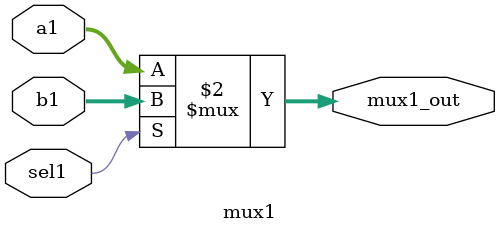
<source format=v>
module mux1(sel1,a1,b1,mux1_out);
input sel1;
input[31:0]a1,b1;
output[31:0]mux1_out;
assign mux1_out = (sel1==1'b0)?a1:b1;
endmodule

</source>
